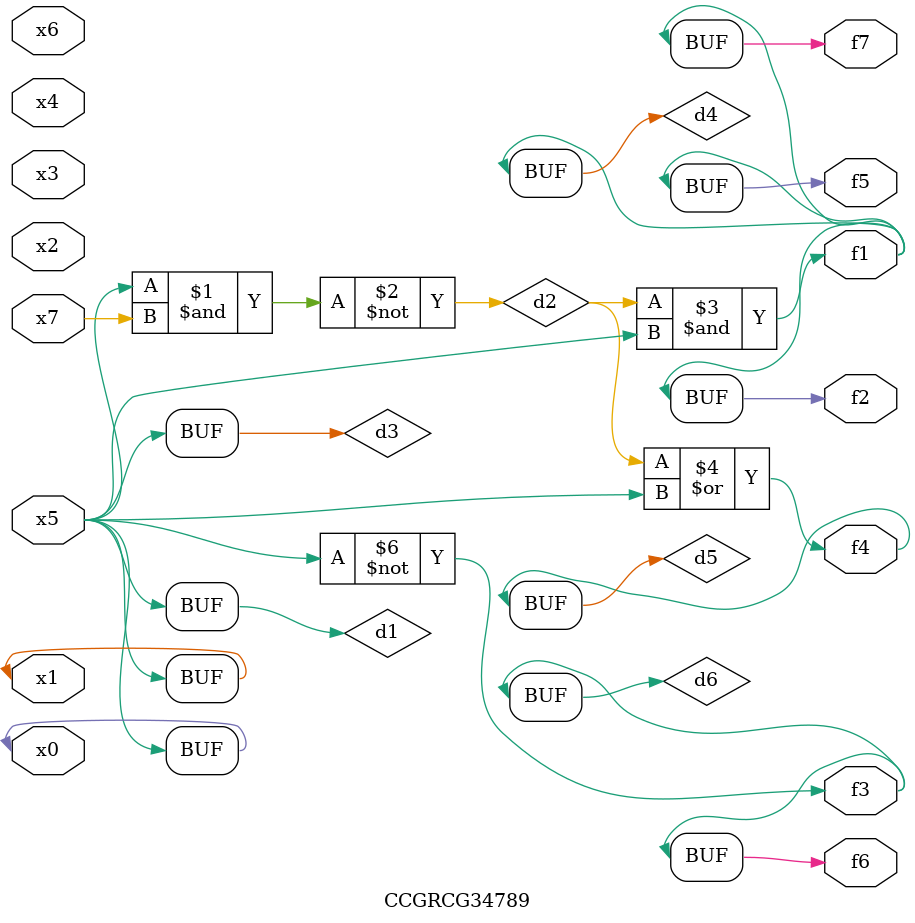
<source format=v>
module CCGRCG34789(
	input x0, x1, x2, x3, x4, x5, x6, x7,
	output f1, f2, f3, f4, f5, f6, f7
);

	wire d1, d2, d3, d4, d5, d6;

	buf (d1, x0, x5);
	nand (d2, x5, x7);
	buf (d3, x0, x1);
	and (d4, d2, d3);
	or (d5, d2, d3);
	nor (d6, d1, d3);
	assign f1 = d4;
	assign f2 = d4;
	assign f3 = d6;
	assign f4 = d5;
	assign f5 = d4;
	assign f6 = d6;
	assign f7 = d4;
endmodule

</source>
